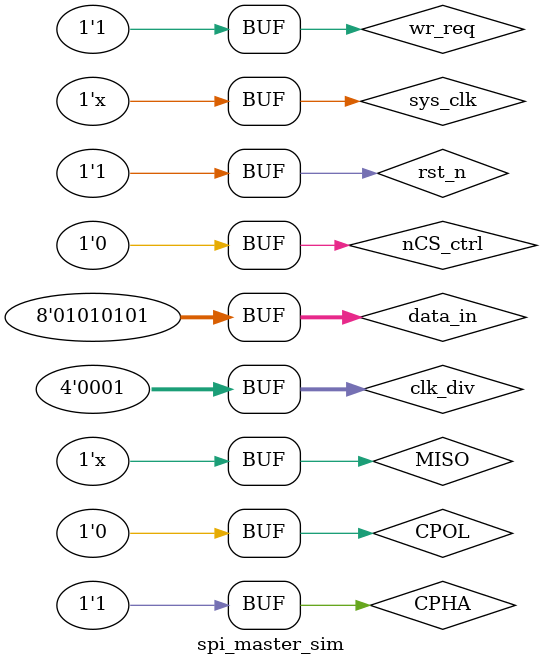
<source format=v>
`timescale 1ns/1ns
module spi_master_sim();

reg sys_clk;
reg rst_n;
reg nCS_ctrl;
reg CPOL;
reg CPHA;
reg [3:0] clk_div;
reg wr_req;
reg [7:0] data_in;
reg MISO;
wire nCS;
wire MOSI;
wire clk;
wire wr_ack;
wire [7:0] data_recv;

initial 
begin
	rst_n=1'b0;
	sys_clk=1'b0;
	nCS_ctrl=1'b0;
	CPOL=1'b0;
	CPHA=1'b1;
	clk_div=4'd1;
	wr_req=1'b1;
	MISO=1'b0;
	data_in=8'b1111_0000;
	nCS_ctrl=1'b0;
	
	#200 rst_n=1'b1;
	#1000 nCS_ctrl=1'b1;
	data_in=8'b0101_0101;
	#2000 nCS_ctrl=1'b0;
end


always #10 sys_clk=~sys_clk;

always #50 MISO=~MISO;

spi_master spi_master0(
	.sys_clk(sys_clk),.rst_n(rst_n),.nCS_ctrl(nCS_ctrl),.CPOL(CPOL),.CPHA(CPHA),
	.clk_div(clk_div),.wr_req(wr_req),.data_in(data_in),.MISO(MISO),.nCS(nCS),
	.MOSI(MOSI),.clk(clk),.wr_ack(wr_ack),.data_recv(data_recv)
);		

endmodule


</source>
